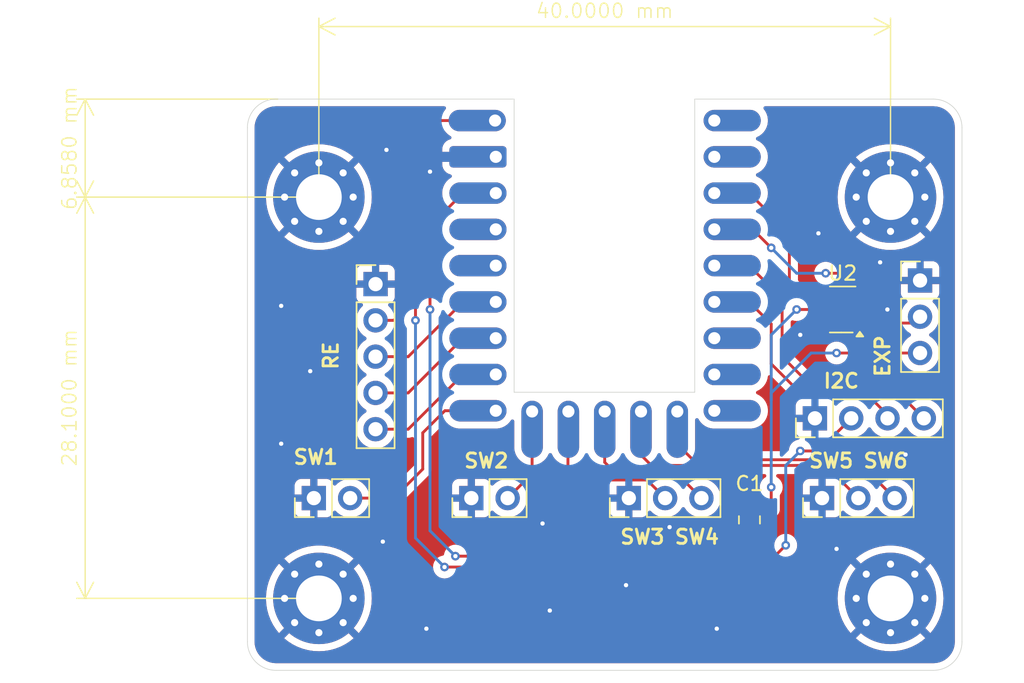
<source format=kicad_pcb>
(kicad_pcb (version 20240108) (generator "pcbnew") (generator_version "8.0")
  (layers (0 "F.Cu" signal) (31 "B.Cu" signal) (34 "B.Paste" user) (35 "F.Paste" user) (36 "B.SilkS" user "B.Silkscreen") (37 "F.SilkS" user "F.Silkscreen") (38 "B.Mask" user) (39 "F.Mask" user) (44 "Edge.Cuts" user))
  (net 0 "")
  (net 1 "/I2C1_SDA")
  (net 2 "GND")
  (net 3 "VCC")
  (net 4 "/I2C1_SCL")
  (net 5 "/RTEN_SW")
  (net 6 "/RTEN_CLK")
  (net 7 "/RTEN_DT")
  (net 8 "+3V3")
  (net 9 "/EXP_PEDAL")
  (net 10 "/SW1_PEDAL")
  (net 11 "/SW2_PEDAL")
  (net 12 "/SW3_PEDAL")
  (net 13 "/SW4_PEDAL")
  (net 14 "/SW5_PEDAL")
  (net 15 "/SW6_PEDAL")
  (net 19 "/I2C0_SCL")
  (net 20 "/I2C0_SDA")
  (footprint "Connector_PinHeader_2.54mm:PinHeader_1x02_P2.54mm_Vertical" (layer "F.Cu") (at 115.668 77.978 90)
    (property "Reference" "J5" (hide yes))
    (property "Value" "Conn_01x02_Pin")
    (fp_line (start -1.33 -1.33) (end 0 -1.33) (stroke (width 0.12)) (layer "F.SilkS"))
    (fp_line (start -1.33 0) (end -1.33 -1.33) (stroke (width 0.12)) (layer "F.SilkS"))
    (fp_line (start 1.33 1.27) (end 1.33 3.87) (stroke (width 0.12)) (layer "F.SilkS"))
    (fp_line (start -1.33 1.27) (end 1.33 1.27) (stroke (width 0.12)) (layer "F.SilkS"))
    (fp_line (start -1.33 1.27) (end -1.33 3.87) (stroke (width 0.12)) (layer "F.SilkS"))
    (fp_line (start -1.33 3.87) (end 1.33 3.87) (stroke (width 0.12)) (layer "F.SilkS"))
    (pad "1" thru_hole rect (at 0 0 90) (size 1.7 1.7) (drill 1) (layers "*.Cu" "*.Mask") (net 2 "GND"))
    (pad "2" thru_hole oval (at 0 2.54 90) (size 1.7 1.7) (drill 1) (layers "*.Cu" "*.Mask") (net 11 "/SW2_PEDAL"))
  )
  (footprint "MountingHole:MountingHole_3.2mm_M3_Pad_Via" (layer "F.Cu") (at 145 56.9)
    (property "Reference" "H3" (hide yes))
    (property "Value" "MountingHole_Pad")
    (pad "1" thru_hole circle (at -2.4 0) (size 0.8 0.8) (drill 0.5) (layers "*.Cu" "*.Mask") (net 2 "GND"))
    (pad "1" thru_hole circle (at -1.697056 -1.697056) (size 0.8 0.8) (drill 0.5) (layers "*.Cu" "*.Mask") (net 2 "GND"))
    (pad "1" thru_hole circle (at -1.697056 1.697056) (size 0.8 0.8) (drill 0.5) (layers "*.Cu" "*.Mask") (net 2 "GND"))
    (pad "1" thru_hole circle (at 0 -2.4) (size 0.8 0.8) (drill 0.5) (layers "*.Cu" "*.Mask") (net 2 "GND"))
    (pad "1" thru_hole circle (at 0 0) (size 6.4 6.4) (drill 3.2) (layers "*.Cu" "*.Mask") (net 2 "GND"))
    (pad "1" thru_hole circle (at 0 2.4) (size 0.8 0.8) (drill 0.5) (layers "*.Cu" "*.Mask") (net 2 "GND"))
    (pad "1" thru_hole circle (at 1.697056 -1.697056) (size 0.8 0.8) (drill 0.5) (layers "*.Cu" "*.Mask") (net 2 "GND"))
    (pad "1" thru_hole circle (at 1.697056 1.697056) (size 0.8 0.8) (drill 0.5) (layers "*.Cu" "*.Mask") (net 2 "GND"))
    (pad "1" thru_hole circle (at 2.4 0) (size 0.8 0.8) (drill 0.5) (layers "*.Cu" "*.Mask") (net 2 "GND"))
  )
  (footprint "MountingHole:MountingHole_3.2mm_M3_Pad_Via" (layer "F.Cu") (at 105 56.9)
    (property "Reference" "H1" (hide yes))
    (property "Value" "MountingHole_Pad")
    (pad "1" thru_hole circle (at -2.4 0) (size 0.8 0.8) (drill 0.5) (layers "*.Cu" "*.Mask") (net 2 "GND"))
    (pad "1" thru_hole circle (at -1.697056 -1.697056) (size 0.8 0.8) (drill 0.5) (layers "*.Cu" "*.Mask") (net 2 "GND"))
    (pad "1" thru_hole circle (at -1.697056 1.697056) (size 0.8 0.8) (drill 0.5) (layers "*.Cu" "*.Mask") (net 2 "GND"))
    (pad "1" thru_hole circle (at 0 -2.4) (size 0.8 0.8) (drill 0.5) (layers "*.Cu" "*.Mask") (net 2 "GND"))
    (pad "1" thru_hole circle (at 0 0) (size 6.4 6.4) (drill 3.2) (layers "*.Cu" "*.Mask") (net 2 "GND"))
    (pad "1" thru_hole circle (at 0 2.4) (size 0.8 0.8) (drill 0.5) (layers "*.Cu" "*.Mask") (net 2 "GND"))
    (pad "1" thru_hole circle (at 1.697056 -1.697056) (size 0.8 0.8) (drill 0.5) (layers "*.Cu" "*.Mask") (net 2 "GND"))
    (pad "1" thru_hole circle (at 1.697056 1.697056) (size 0.8 0.8) (drill 0.5) (layers "*.Cu" "*.Mask") (net 2 "GND"))
    (pad "1" thru_hole circle (at 2.4 0) (size 0.8 0.8) (drill 0.5) (layers "*.Cu" "*.Mask") (net 2 "GND"))
  )
  (footprint "Connector_PinHeader_2.54mm:PinHeader_1x03_P2.54mm_Vertical" (layer "F.Cu") (at 140.208 77.978 90)
    (property "Reference" "J7" (hide yes))
    (property "Value" "Conn_01x03_Pin")
    (fp_line (start -1.33 -1.33) (end 0 -1.33) (stroke (width 0.12)) (layer "F.SilkS"))
    (fp_line (start -1.33 0) (end -1.33 -1.33) (stroke (width 0.12)) (layer "F.SilkS"))
    (fp_line (start 1.33 1.27) (end 1.33 6.41) (stroke (width 0.12)) (layer "F.SilkS"))
    (fp_line (start -1.33 1.27) (end 1.33 1.27) (stroke (width 0.12)) (layer "F.SilkS"))
    (fp_line (start -1.33 1.27) (end -1.33 6.41) (stroke (width 0.12)) (layer "F.SilkS"))
    (fp_line (start -1.33 6.41) (end 1.33 6.41) (stroke (width 0.12)) (layer "F.SilkS"))
    (pad "1" thru_hole rect (at 0 0 90) (size 1.7 1.7) (drill 1) (layers "*.Cu" "*.Mask") (net 2 "GND"))
    (pad "2" thru_hole oval (at 0 2.54 90) (size 1.7 1.7) (drill 1) (layers "*.Cu" "*.Mask") (net 14 "/SW5_PEDAL"))
    (pad "3" thru_hole oval (at 0 5.08 90) (size 1.7 1.7) (drill 1) (layers "*.Cu" "*.Mask") (net 15 "/SW6_PEDAL"))
  )
  (footprint "Capacitor_SMD:C_0805_2012Metric" (layer "F.Cu") (at 135.128 79.502 90)
    (property "Reference" "C1" (at 2.54 0 180) (layer "F.SilkS"))
    (property "Value" "C")
    (fp_line (start -0.261252 -0.735) (end 0.261252 -0.735) (stroke (width 0.12)) (layer "F.SilkS"))
    (fp_line (start -0.261252 0.735) (end 0.261252 0.735) (stroke (width 0.12)) (layer "F.SilkS"))
    (pad "1" smd roundrect (at -0.95 0 90) (size 1 1.45) (layers "F.Cu" "F.Paste" "F.Mask") (net 8 "+3V3"))
    (pad "2" smd roundrect (at 0.95 0 90) (size 1 1.45) (layers "F.Cu" "F.Paste" "F.Mask") (net 2 "GND"))
  )
  (footprint "Connector_PinHeader_2.54mm:PinHeader_1x04_P2.54mm_Vertical" (layer "F.Cu") (at 139.71 72.39 90)
    (property "Reference" "J1" (hide yes))
    (property "Value" "Conn_01x04_Pin")
    (fp_line (start -1.33 -1.33) (end 0 -1.33) (stroke (width 0.12)) (layer "F.SilkS"))
    (fp_line (start -1.33 0) (end -1.33 -1.33) (stroke (width 0.12)) (layer "F.SilkS"))
    (fp_line (start 1.33 1.27) (end 1.33 8.95) (stroke (width 0.12)) (layer "F.SilkS"))
    (fp_line (start -1.33 1.27) (end 1.33 1.27) (stroke (width 0.12)) (layer "F.SilkS"))
    (fp_line (start -1.33 1.27) (end -1.33 8.95) (stroke (width 0.12)) (layer "F.SilkS"))
    (fp_line (start -1.33 8.95) (end 1.33 8.95) (stroke (width 0.12)) (layer "F.SilkS"))
    (pad "1" thru_hole rect (at 0 0 90) (size 1.7 1.7) (drill 1) (layers "*.Cu" "*.Mask") (net 2 "GND"))
    (pad "2" thru_hole oval (at 0 2.54 90) (size 1.7 1.7) (drill 1) (layers "*.Cu" "*.Mask") (net 3 "VCC"))
    (pad "3" thru_hole oval (at 0 5.08 90) (size 1.7 1.7) (drill 1) (layers "*.Cu" "*.Mask") (net 19 "/I2C0_SCL"))
    (pad "4" thru_hole oval (at 0 7.62 90) (size 1.7 1.7) (drill 1) (layers "*.Cu" "*.Mask") (net 20 "/I2C0_SDA"))
  )
  (footprint "Connector_PinHeader_2.54mm:PinHeader_1x03_P2.54mm_Vertical" (layer "F.Cu") (at 126.688 77.978 90)
    (property "Reference" "J6" (hide yes))
    (property "Value" "Conn_01x03_Pin" (hide yes))
    (fp_line (start -1.33 -1.33) (end 0 -1.33) (stroke (width 0.12)) (layer "F.SilkS"))
    (fp_line (start -1.33 0) (end -1.33 -1.33) (stroke (width 0.12)) (layer "F.SilkS"))
    (fp_line (start 1.33 1.27) (end 1.33 6.41) (stroke (width 0.12)) (layer "F.SilkS"))
    (fp_line (start -1.33 1.27) (end 1.33 1.27) (stroke (width 0.12)) (layer "F.SilkS"))
    (fp_line (start -1.33 1.27) (end -1.33 6.41) (stroke (width 0.12)) (layer "F.SilkS"))
    (fp_line (start -1.33 6.41) (end 1.33 6.41) (stroke (width 0.12)) (layer "F.SilkS"))
    (pad "1" thru_hole rect (at 0 0 90) (size 1.7 1.7) (drill 1) (layers "*.Cu" "*.Mask") (net 2 "GND"))
    (pad "2" thru_hole oval (at 0 2.54 90) (size 1.7 1.7) (drill 1) (layers "*.Cu" "*.Mask") (net 12 "/SW3_PEDAL"))
    (pad "3" thru_hole oval (at 0 5.08 90) (size 1.7 1.7) (drill 1) (layers "*.Cu" "*.Mask") (net 13 "/SW4_PEDAL"))
  )
  (footprint "Connector_PinHeader_2.54mm:PinHeader_1x05_P2.54mm_Vertical" (layer "F.Cu") (at 108.966 62.992)
    (property "Reference" "J2" (hide yes))
    (property "Value" "Conn_01x05_Pin")
    (fp_line (start -1.33 -1.33) (end 0 -1.33) (stroke (width 0.12)) (layer "F.SilkS"))
    (fp_line (start -1.33 0) (end -1.33 -1.33) (stroke (width 0.12)) (layer "F.SilkS"))
    (fp_line (start -1.33 1.27) (end -1.33 11.49) (stroke (width 0.12)) (layer "F.SilkS"))
    (fp_line (start -1.33 1.27) (end 1.33 1.27) (stroke (width 0.12)) (layer "F.SilkS"))
    (fp_line (start -1.33 11.49) (end 1.33 11.49) (stroke (width 0.12)) (layer "F.SilkS"))
    (fp_line (start 1.33 1.27) (end 1.33 11.49) (stroke (width 0.12)) (layer "F.SilkS"))
    (pad "1" thru_hole rect (at 0 0) (size 1.7 1.7) (drill 1) (layers "*.Cu" "*.Mask") (net 2 "GND"))
    (pad "2" thru_hole oval (at 0 2.54) (size 1.7 1.7) (drill 1) (layers "*.Cu" "*.Mask") (net 3 "VCC"))
    (pad "3" thru_hole oval (at 0 5.08) (size 1.7 1.7) (drill 1) (layers "*.Cu" "*.Mask") (net 5 "/RTEN_SW"))
    (pad "4" thru_hole oval (at 0 7.62) (size 1.7 1.7) (drill 1) (layers "*.Cu" "*.Mask") (net 7 "/RTEN_DT"))
    (pad "5" thru_hole oval (at 0 10.16) (size 1.7 1.7) (drill 1) (layers "*.Cu" "*.Mask") (net 6 "/RTEN_CLK"))
  )
  (footprint "MountingHole:MountingHole_3.2mm_M3_Pad_Via" (layer "F.Cu") (at 145 85)
    (property "Reference" "H4" (hide yes))
    (property "Value" "MountingHole_Pad")
    (pad "1" thru_hole circle (at -2.4 0) (size 0.8 0.8) (drill 0.5) (layers "*.Cu" "*.Mask") (net 2 "GND"))
    (pad "1" thru_hole circle (at -1.697056 -1.697056) (size 0.8 0.8) (drill 0.5) (layers "*.Cu" "*.Mask") (net 2 "GND"))
    (pad "1" thru_hole circle (at -1.697056 1.697056) (size 0.8 0.8) (drill 0.5) (layers "*.Cu" "*.Mask") (net 2 "GND"))
    (pad "1" thru_hole circle (at 0 -2.4) (size 0.8 0.8) (drill 0.5) (layers "*.Cu" "*.Mask") (net 2 "GND"))
    (pad "1" thru_hole circle (at 0 0) (size 6.4 6.4) (drill 3.2) (layers "*.Cu" "*.Mask") (net 2 "GND"))
    (pad "1" thru_hole circle (at 0 2.4) (size 0.8 0.8) (drill 0.5) (layers "*.Cu" "*.Mask") (net 2 "GND"))
    (pad "1" thru_hole circle (at 1.697056 -1.697056) (size 0.8 0.8) (drill 0.5) (layers "*.Cu" "*.Mask") (net 2 "GND"))
    (pad "1" thru_hole circle (at 1.697056 1.697056) (size 0.8 0.8) (drill 0.5) (layers "*.Cu" "*.Mask") (net 2 "GND"))
    (pad "1" thru_hole circle (at 2.4 0) (size 0.8 0.8) (drill 0.5) (layers "*.Cu" "*.Mask") (net 2 "GND"))
  )
  (footprint "Connector_PinHeader_2.54mm:PinHeader_1x02_P2.54mm_Vertical" (layer "F.Cu") (at 104.648 77.978 90)
    (property "Reference" "J4" (hide yes))
    (property "Value" "Conn_01x02_Pin")
    (fp_line (start -1.33 -1.33) (end 0 -1.33) (stroke (width 0.12)) (layer "F.SilkS"))
    (fp_line (start -1.33 0) (end -1.33 -1.33) (stroke (width 0.12)) (layer "F.SilkS"))
    (fp_line (start 1.33 1.27) (end 1.33 3.87) (stroke (width 0.12)) (layer "F.SilkS"))
    (fp_line (start -1.33 1.27) (end 1.33 1.27) (stroke (width 0.12)) (layer "F.SilkS"))
    (fp_line (start -1.33 1.27) (end -1.33 3.87) (stroke (width 0.12)) (layer "F.SilkS"))
    (fp_line (start -1.33 3.87) (end 1.33 3.87) (stroke (width 0.12)) (layer "F.SilkS"))
    (pad "1" thru_hole rect (at 0 0 90) (size 1.7 1.7) (drill 1) (layers "*.Cu" "*.Mask") (net 2 "GND"))
    (pad "2" thru_hole oval (at 0 2.54 90) (size 1.7 1.7) (drill 1) (layers "*.Cu" "*.Mask") (net 10 "/SW1_PEDAL"))
  )
  (footprint "isw-kbd:RP2040-Zero-SMD" (layer "F.Cu") (at 125 61.7)
    (property "Reference" "U1" (hide yes))
    (property "Value" "RP2040-Zero")
    (pad "0" thru_hole oval (at 7.67 -10.16) (size 4 1.5) (drill 0.85 (offset 1.25 0)) (layers "*.Cu" "*.Mask"))
    (pad "1" thru_hole oval (at 7.67 -7.62) (size 4 1.5) (drill 0.85 (offset 1.25 0)) (layers "*.Cu" "*.Mask"))
    (pad "2" thru_hole oval (at 7.67 -5.08) (size 4 1.5) (drill 0.85 (offset 1.25 0)) (layers "*.Cu" "*.Mask") (net 1 "/I2C1_SDA"))
    (pad "3" thru_hole oval (at 7.67 -2.54) (size 4 1.5) (drill 0.85 (offset 1.25 0)) (layers "*.Cu" "*.Mask") (net 4 "/I2C1_SCL"))
    (pad "4" thru_hole oval (at 7.67 0) (size 4 1.5) (drill 0.85 (offset 1.25 0)) (layers "*.Cu" "*.Mask") (net 20 "/I2C0_SDA"))
    (pad "5" thru_hole oval (at 7.67 2.54) (size 4 1.5) (drill 0.85 (offset 1.25 0)) (layers "*.Cu" "*.Mask") (net 19 "/I2C0_SCL"))
    (pad "6" thru_hole oval (at 7.67 5.08) (size 4 1.5) (drill 0.85 (offset 1.25 0)) (layers "*.Cu" "*.Mask"))
    (pad "7" thru_hole oval (at 7.67 7.62) (size 4 1.5) (drill 0.85 (offset 1.25 0)) (layers "*.Cu" "*.Mask"))
    (pad "8" thru_hole oval (at 7.67 10.16) (size 4 1.5) (drill 0.85 (offset 1.25 0)) (layers "*.Cu" "*.Mask"))
    (pad "9" thru_hole oval (at 5.08 10.21 270) (size 4 1.5) (drill 0.85 (offset 1.25 0)) (layers "*.Cu" "*.Mask") (net 15 "/SW6_PEDAL"))
    (pad "10" thru_hole oval (at 2.54 10.21 270) (size 4 1.5) (drill 0.85 (offset 1.25 0)) (layers "*.Cu" "*.Mask") (net 14 "/SW5_PEDAL"))
    (pad "11" thru_hole oval (at 0 10.21 270) (size 4 1.5) (drill 0.85 (offset 1.25 0)) (layers "*.Cu" "*.Mask") (net 13 "/SW4_PEDAL"))
    (pad "12" thru_hole oval (at -2.54 10.21 270) (size 4 1.5) (drill 0.85 (offset 1.25 0)) (layers "*.Cu" "*.Mask") (net 12 "/SW3_PEDAL"))
    (pad "13" thru_hole oval (at -5.08 10.21 270) (size 4 1.5) (drill 0.85 (offset 1.25 0)) (layers "*.Cu" "*.Mask") (net 11 "/SW2_PEDAL"))
    (pad "14" thru_hole oval (at -7.62 10.16) (size 4 1.5) (drill 0.85 (offset -1.25 0)) (layers "*.Cu" "*.Mask") (net 10 "/SW1_PEDAL"))
    (pad "15" thru_hole oval (at -7.62 7.62) (size 4 1.5) (drill 0.85 (offset -1.25 0)) (layers "*.Cu" "*.Mask") (net 6 "/RTEN_CLK"))
    (pad "26" thru_hole oval (at -7.62 5.08) (size 4 1.5) (drill 0.85 (offset -1.25 0)) (layers "*.Cu" "*.Mask") (net 7 "/RTEN_DT"))
    (pad "27" thru_hole oval (at -7.62 2.54) (size 4 1.5) (drill 0.85 (offset -1.25 0)) (layers "*.Cu" "*.Mask") (net 5 "/RTEN_SW"))
    (pad "28" thru_hole oval (at -7.62 0) (size 4 1.5) (drill 0.85 (offset -1.25 0)) (layers "*.Cu" "*.Mask"))
    (pad "29" thru_hole oval (at -7.62 -2.54) (size 4 1.5) (drill 0.85 (offset -1.25 0)) (layers "*.Cu" "*.Mask"))
    (pad "30" thru_hole oval (at -7.62 -5.08) (size 4 1.5) (drill 0.85 (offset -1.25 0)) (layers "*.Cu" "*.Mask") (net 8 "+3V3"))
    (pad "31" thru_hole roundrect (at -7.62 -7.62) (size 4 1.5) (drill 0.85 (offset -1.25 0)) (layers "*.Cu" "*.Mask") (roundrect_rratio 0.1666666667) (net 2 "GND"))
    (pad "32" thru_hole oval (at -7.67 -10.16) (size 4 1.5) (drill 0.85 (offset -1.25 0)) (layers "*.Cu" "*.Mask") (net 3 "VCC"))
  )
  (footprint "Connector_PinHeader_2.54mm:PinHeader_1x03_P2.54mm_Vertical" (layer "F.Cu") (at 147.066 62.738)
    (property "Reference" "J3" (hide yes))
    (property "Value" "Conn_01x03_Pin")
    (fp_line (start -1.33 -1.33) (end 0 -1.33) (stroke (width 0.12)) (layer "F.SilkS"))
    (fp_line (start -1.33 0) (end -1.33 -1.33) (stroke (width 0.12)) (layer "F.SilkS"))
    (fp_line (start -1.33 1.27) (end -1.33 6.41) (stroke (width 0.12)) (layer "F.SilkS"))
    (fp_line (start -1.33 1.27) (end 1.33 1.27) (stroke (width 0.12)) (layer "F.SilkS"))
    (fp_line (start -1.33 6.41) (end 1.33 6.41) (stroke (width 0.12)) (layer "F.SilkS"))
    (fp_line (start 1.33 1.27) (end 1.33 6.41) (stroke (width 0.12)) (layer "F.SilkS"))
    (pad "1" thru_hole rect (at 0 0) (size 1.7 1.7) (drill 1) (layers "*.Cu" "*.Mask") (net 2 "GND"))
    (pad "2" thru_hole oval (at 0 2.54) (size 1.7 1.7) (drill 1) (layers "*.Cu" "*.Mask") (net 9 "/EXP_PEDAL"))
    (pad "3" thru_hole oval (at 0 5.08) (size 1.7 1.7) (drill 1) (layers "*.Cu" "*.Mask") (net 8 "+3V3"))
  )
  (footprint "Package_TO_SOT_SMD:SOT-23-6_Handsoldering" (layer "F.Cu") (at 141.652 64.77 180)
    (property "Reference" "U2" (at 0 2.54 0) (layer "F.SilkS"))
    (property "Value" "MCP3421A0T-E_CH")
    (fp_line (start 0.1 -1.61) (end 0.9 -1.61) (stroke (width 0.12)) (layer "F.SilkS"))
    (fp_line (start 0.1 -1.61) (end -0.7 -1.61) (stroke (width 0.12)) (layer "F.SilkS"))
    (fp_line (start -0.9 1.61) (end 0.9 1.61) (stroke (width 0.12)) (layer "F.SilkS"))
    (fp_poly (pts (xy -1.2 -1.56) (xy -1.44 -1.89) (xy -0.96 -1.89) (xy -1.2 -1.56)) (stroke (width 0.12)) (fill solid) (layer "F.SilkS"))
    (pad "1" smd roundrect (at -1.35 -0.95 180) (size 1.56 0.65) (layers "F.Cu" "F.Paste" "F.Mask") (net 9 "/EXP_PEDAL"))
    (pad "2" smd roundrect (at -1.35 0 180) (size 1.56 0.65) (layers "F.Cu" "F.Paste" "F.Mask") (net 2 "GND"))
    (pad "3" smd roundrect (at -1.35 0.95 180) (size 1.56 0.65) (layers "F.Cu" "F.Paste" "F.Mask") (net 4 "/I2C1_SCL"))
    (pad "4" smd roundrect (at 1.35 0.95 180) (size 1.56 0.65) (layers "F.Cu" "F.Paste" "F.Mask") (net 1 "/I2C1_SDA"))
    (pad "5" smd roundrect (at 1.35 0 180) (size 1.56 0.65) (layers "F.Cu" "F.Paste" "F.Mask") (net 8 "+3V3"))
    (pad "6" smd roundrect (at 1.35 -0.95 180) (size 1.56 0.65) (layers "F.Cu" "F.Paste" "F.Mask") (net 2 "GND"))
  )
  (footprint "MountingHole:MountingHole_3.2mm_M3_Pad_Via" (layer "F.Cu") (at 105 85)
    (property "Reference" "H2" (hide yes))
    (property "Value" "MountingHole_Pad")
    (pad "1" thru_hole circle (at -2.4 0) (size 0.8 0.8) (drill 0.5) (layers "*.Cu" "*.Mask") (net 2 "GND"))
    (pad "1" thru_hole circle (at -1.697056 -1.697056) (size 0.8 0.8) (drill 0.5) (layers "*.Cu" "*.Mask") (net 2 "GND"))
    (pad "1" thru_hole circle (at -1.697056 1.697056) (size 0.8 0.8) (drill 0.5) (layers "*.Cu" "*.Mask") (net 2 "GND"))
    (pad "1" thru_hole circle (at 0 -2.4) (size 0.8 0.8) (drill 0.5) (layers "*.Cu" "*.Mask") (net 2 "GND"))
    (pad "1" thru_hole circle (at 0 0) (size 6.4 6.4) (drill 3.2) (layers "*.Cu" "*.Mask") (net 2 "GND"))
    (pad "1" thru_hole circle (at 0 2.4) (size 0.8 0.8) (drill 0.5) (layers "*.Cu" "*.Mask") (net 2 "GND"))
    (pad "1" thru_hole circle (at 1.697056 -1.697056) (size 0.8 0.8) (drill 0.5) (layers "*.Cu" "*.Mask") (net 2 "GND"))
    (pad "1" thru_hole circle (at 1.697056 1.697056) (size 0.8 0.8) (drill 0.5) (layers "*.Cu" "*.Mask") (net 2 "GND"))
    (pad "1" thru_hole circle (at 2.4 0) (size 0.8 0.8) (drill 0.5) (layers "*.Cu" "*.Mask") (net 2 "GND"))
  )
  (gr_line (start 148 90.038) (end 102 90.038) (stroke (width 0.05)) (layer "Edge.Cuts"))
  (gr_line (start 118.664 50.038) (end 118.664 70.566) (stroke (width 0.05)) (layer "Edge.Cuts"))
  (gr_line (start 150 52.038) (end 150 88.038) (stroke (width 0.05)) (layer "Edge.Cuts"))
  (gr_arc (start 150 88.038) (mid 149.414214 89.452214) (end 148 90.038) (stroke (width 0.05)) (layer "Edge.Cuts"))
  (gr_arc (start 102 90.038) (mid 100.585786 89.452214) (end 100.000001 88.038) (stroke (width 0.05)) (layer "Edge.Cuts"))
  (gr_line (start 118.664 50.038) (end 102 50.038) (stroke (width 0.05)) (layer "Edge.Cuts"))
  (gr_arc (start 100 52.038) (mid 100.585786 50.623786) (end 102 50.038) (stroke (width 0.05)) (layer "Edge.Cuts"))
  (gr_line (start 131.3 70.566) (end 131.3 50.038) (stroke (width 0.05)) (layer "Edge.Cuts"))
  (gr_line (start 100 52.038) (end 100 88.038) (stroke (width 0.05)) (layer "Edge.Cuts"))
  (gr_line (start 131.3 50.038) (end 148 50.038) (stroke (width 0.05)) (layer "Edge.Cuts"))
  (gr_line (start 118.664 70.566) (end 131.3 70.566) (stroke (width 0.05)) (layer "Edge.Cuts"))
  (gr_arc (start 148 50.038) (mid 149.414214 50.623786) (end 150 52.038) (stroke (width 0.05)) (layer "Edge.Cuts"))
  (gr_text "SW5 SW6\n" (at 139.192 75.946 0) (layer "F.SilkS") (effects (font (size 1 1) (thickness 0.2) (bold yes)) (justify left bottom)))
  (gr_text "RE" (at 106.426 69.088 90) (layer "F.SilkS") (effects (font (size 1 1) (thickness 0.2) (bold yes)) (justify left bottom)))
  (gr_text "EXP" (at 145.034 69.596 90) (layer "F.SilkS") (effects (font (size 1 1) (thickness 0.2) (bold yes)) (justify left bottom)))
  (gr_text "SW3 SW4" (at 125.984 81.28 0) (layer "F.SilkS") (effects (font (size 1 1) (thickness 0.2) (bold yes)) (justify left bottom)))
  (gr_text "I2C" (at 140.208 70.358 0) (layer "F.SilkS") (effects (font (size 1 1) (thickness 0.2) (bold yes)) (justify left bottom)))
  (gr_text "SW2" (at 115.062 75.946 0) (layer "F.SilkS") (effects (font (size 1 1) (thickness 0.2) (bold yes)) (justify left bottom)))
  (gr_text "SW1" (at 103.124 75.692 0) (layer "F.SilkS") (effects (font (size 1 1) (thickness 0.2) (bold yes)) (justify left bottom)))
  (dimension (type aligned) (layer "F.SilkS") (pts (xy 102.616 56.896) (xy 102.616 50.038)) (height -13.97) (gr_text "6.8580 mm" (at 87.546 53.467 90) (layer "F.SilkS") (effects (font (size 1 1) (thickness 0.1)))) (format (prefix "") (suffix "") (units 3) (units_format 1) (precision 4)) (style (thickness 0.1) (arrow_length 1.27) (text_position_mode 0) (extension_height 0.58642) (extension_offset 0.5) keep_text_aligned))
  (dimension (type aligned) (layer "F.SilkS") (pts (xy 105 56.9) (xy 145 56.9)) (height -11.942) (gr_text "40.0000 mm" (at 125 43.858 0) (layer "F.SilkS") (effects (font (size 1 1) (thickness 0.1)))) (format (prefix "") (suffix "") (units 3) (units_format 1) (precision 4)) (style (thickness 0.1) (arrow_length 1.27) (text_position_mode 0) (extension_height 0.58642) (extension_offset 0.5) keep_text_aligned))
  (dimension (type aligned) (layer "F.SilkS") (pts (xy 105 56.9) (xy 105 85)) (height 16.354) (gr_text "28.1000 mm" (at 87.546 70.95 90) (layer "F.SilkS") (effects (font (size 1 1) (thickness 0.1)))) (format (prefix "") (suffix "") (units 3) (units_format 1) (precision 4)) (style (thickness 0.1) (arrow_length 1.27) (text_position_mode 0) (extension_height 0.58642) (extension_offset 0.5) keep_text_aligned))
  (segment (start 132.67 56.62) (end 134.114924 56.62) (width 0.2) (layer "F.Cu") (net 1))
  (segment (start 134.136924 56.642) (end 135.128 56.642) (width 0.2) (layer "F.Cu") (net 1))
  (segment (start 137.922 62.992) (end 138.75 63.82) (width 0.2) (layer "F.Cu") (net 1))
  (segment (start 137.922 59.436) (end 137.922 62.992) (width 0.2) (layer "F.Cu") (net 1))
  (segment (start 135.128 56.642) (end 132.692 56.642) (width 0.2) (layer "F.Cu") (net 1))
  (segment (start 134.114924 56.62) (end 134.136924 56.642) (width 0.2) (layer "F.Cu") (net 1))
  (segment (start 135.128 56.642) (end 137.922 59.436) (width 0.2) (layer "F.Cu") (net 1))
  (segment (start 138.75 63.82) (end 140.302 63.82) (width 0.2) (layer "F.Cu") (net 1))
  (segment (start 117.38 54.08) (end 113.306 54.08) (width 0.7) (layer "F.Cu") (net 2))
  (segment (start 139.512 65.72) (end 138.684 66.548) (width 0.2) (layer "F.Cu") (net 2))
  (segment (start 140.302 65.72) (end 139.512 65.72) (width 0.2) (layer "F.Cu") (net 2))
  (segment (start 143.002 64.77) (end 144.78 64.77) (width 0.2) (layer "F.Cu") (net 2))
  (segment (start 147.066 62.738) (end 145.542 62.738) (width 0.2) (layer "F.Cu") (net 2))
  (segment (start 145.542 62.738) (end 144.272 61.468) (width 0.2) (layer "F.Cu") (net 2))
  (via (at 144.78 64.77) (size 0.6) (drill 0.3) (layers "F.Cu" "B.Cu") (net 2))
  (via (at 129.54 80.01) (size 0.6) (drill 0.3) (layers "F.Cu" "B.Cu") (net 2))
  (via (at 102.362 64.516) (size 0.6) (drill 0.3) (layers "F.Cu" "B.Cu") (net 2))
  (via (at 144.272 61.468) (size 0.6) (drill 0.3) (layers "F.Cu" "B.Cu") (net 2))
  (via (at 102.362 74.168) (size 0.6) (drill 0.3) (layers "F.Cu" "B.Cu") (net 2))
  (via (at 138.684 66.548) (size 0.6) (drill 0.3) (layers "F.Cu" "B.Cu") (net 2))
  (via (at 112.776 55.118) (size 0.6) (drill 0.3) (layers "F.Cu" "B.Cu") (net 2))
  (via (at 146.05 74.93) (size 0.6) (drill 0.3) (layers "F.Cu" "B.Cu") (net 2))
  (via (at 112.522 87.122) (size 0.6) (drill 0.3) (layers "F.Cu" "B.Cu") (net 2))
  (via (at 104.394 69.088) (size 0.6) (drill 0.3) (layers "F.Cu" "B.Cu") (net 2))
  (via (at 126.492 84.074) (size 0.6) (drill 0.3) (layers "F.Cu" "B.Cu") (net 2))
  (via (at 121.158 85.852) (size 0.6) (drill 0.3) (layers "F.Cu" "B.Cu") (net 2))
  (via (at 132.842 87.122) (size 0.6) (drill 0.3) (layers "F.Cu" "B.Cu") (net 2))
  (via (at 109.728 53.594) (size 0.6) (drill 0.3) (layers "F.Cu" "B.Cu") (net 2))
  (via (at 141.224 81.534) (size 0.6) (drill 0.3) (layers "F.Cu" "B.Cu") (net 2))
  (via (at 109.474 81.026) (size 0.6) (drill 0.3) (layers "F.Cu" "B.Cu") (net 2))
  (via (at 120.65 79.756) (size 0.6) (drill 0.3) (layers "F.Cu" "B.Cu") (net 2))
  (via (at 139.954 59.436) (size 0.6) (drill 0.3) (layers "F.Cu" "B.Cu") (net 2))
  (segment (start 117.38 54.08) (end 113.306 54.08) (width 0.7) (layer "B.Cu") (net 2))
  (segment (start 111.76 63.754) (end 111.76 64.008) (width 0.2) (layer "F.Cu") (net 3))
  (segment (start 111.76 63.754) (end 111.76 65.532) (width 0.2) (layer "F.Cu") (net 3))
  (segment (start 139.964 74.676) (end 138.684 74.676) (width 0.2) (layer "F.Cu") (net 3))
  (segment (start 110.236 65.532) (end 108.966 65.532) (width 0.2) (layer "F.Cu") (net 3))
  (segment (start 117.33 51.54) (end 113.56 51.54) (width 0.2) (layer "F.Cu") (net 3))
  (segment (start 113.792 82.804) (end 136.144 82.804) (width 0.2) (layer "F.Cu") (net 3))
  (segment (start 142.25 72.39) (end 139.964 74.676) (width 0.2) (layer "F.Cu") (net 3))
  (segment (start 111.76 64.008) (end 110.236 65.532) (width 0.2) (layer "F.Cu") (net 3))
  (segment (start 113.56 51.54) (end 111.76 53.34) (width 0.2) (layer "F.Cu") (net 3))
  (segment (start 136.144 82.804) (end 137.668 81.28) (width 0.2) (layer "F.Cu") (net 3))
  (segment (start 111.76 53.34) (end 111.76 63.754) (width 0.2) (layer "F.Cu") (net 3))
  (via (at 137.668 81.28) (size 0.6) (drill 0.3) (layers "F.Cu" "B.Cu") (net 3))
  (via (at 138.684 74.676) (size 0.6) (drill 0.3) (layers "F.Cu" "B.Cu") (net 3))
  (via (at 111.76 65.532) (size 0.6) (drill 0.3) (layers "F.Cu" "B.Cu") (net 3))
  (via (at 113.792 82.804) (size 0.6) (drill 0.3) (layers "F.Cu" "B.Cu") (net 3))
  (segment (start 137.668 81.28) (end 137.668 75.692) (width 0.2) (layer "B.Cu") (net 3))
  (segment (start 111.76 80.772) (end 111.76 65.532) (width 0.2) (layer "B.Cu") (net 3))
  (segment (start 137.668 75.692) (end 138.684 74.676) (width 0.2) (layer "B.Cu") (net 3))
  (segment (start 113.792 82.804) (end 111.76 80.772) (width 0.2) (layer "B.Cu") (net 3))
  (segment (start 140.462 62.23) (end 144.018 62.23) (width 0.2) (layer "F.Cu") (net 4))
  (segment (start 144.526 63.246) (end 143.952 63.82) (width 0.2) (layer "F.Cu") (net 4))
  (segment (start 144.018 62.23) (end 144.526 62.738) (width 0.2) (layer "F.Cu") (net 4))
  (segment (start 143.952 63.82) (end 143.002 63.82) (width 0.2) (layer "F.Cu") (net 4))
  (segment (start 135.36 59.16) (end 136.652 60.452) (width 0.2) (layer "F.Cu") (net 4))
  (segment (start 132.67 59.16) (end 135.36 59.16) (width 0.2) (layer "F.Cu") (net 4))
  (segment (start 144.526 62.738) (end 144.526 63.246) (width 0.2) (layer "F.Cu") (net 4))
  (via (at 136.652 60.452) (size 0.6) (drill 0.3) (layers "F.Cu" "B.Cu") (net 4))
  (via (at 140.462 62.23) (size 0.6) (drill 0.3) (layers "F.Cu" "B.Cu") (net 4))
  (segment (start 136.652 60.452) (end 138.43 62.23) (width 0.2) (layer "B.Cu") (net 4))
  (segment (start 138.43 62.23) (end 140.462 62.23) (width 0.2) (layer "B.Cu") (net 4))
  (segment (start 117.38 64.24) (end 115.084 64.24) (width 0.2) (layer "F.Cu") (net 5))
  (segment (start 111.252 68.072) (end 108.966 68.072) (width 0.2) (layer "F.Cu") (net 5))
  (segment (start 115.084 64.24) (end 111.252 68.072) (width 0.2) (layer "F.Cu") (net 5))
  (segment (start 111.252 73.152) (end 115.084 69.32) (width 0.2) (layer "F.Cu") (net 6))
  (segment (start 115.084 69.32) (end 117.38 69.32) (width 0.2) (layer "F.Cu") (net 6))
  (segment (start 108.966 73.152) (end 111.252 73.152) (width 0.2) (layer "F.Cu") (net 6))
  (segment (start 115.084 66.78) (end 111.252 70.612) (width 0.2) (layer "F.Cu") (net 7))
  (segment (start 111.252 70.612) (end 108.966 70.612) (width 0.2) (layer "F.Cu") (net 7))
  (segment (start 117.38 66.78) (end 115.084 66.78) (width 0.2) (layer "F.Cu") (net 7))
  (segment (start 115.084 56.62) (end 112.776 58.928) (width 0.2) (layer "F.Cu") (net 8))
  (segment (start 117.38 56.62) (end 115.084 56.62) (width 0.2) (layer "F.Cu") (net 8))
  (segment (start 138.43 64.77) (end 140.302 64.77) (width 0.2) (layer "F.Cu") (net 8))
  (segment (start 133.35 82.042) (end 114.554 82.042) (width 0.2) (layer "F.Cu") (net 8))
  (segment (start 136.652 78.74) (end 133.35 82.042) (width 0.2) (layer "F.Cu") (net 8))
  (segment (start 136.652 77.216) (end 136.652 78.74) (width 0.2) (layer "F.Cu") (net 8))
  (segment (start 147.066 67.818) (end 141.224 67.818) (width 0.2) (layer "F.Cu") (net 8))
  (segment (start 112.776 58.928) (end 112.776 64.77) (width 0.2) (layer "F.Cu") (net 8))
  (via (at 114.554 82.042) (size 0.6) (drill 0.3) (layers "F.Cu" "B.Cu") (net 8))
  (via (at 138.43 64.77) (size 0.6) (drill 0.3) (layers "F.Cu" "B.Cu") (net 8))
  (via (at 112.776 64.77) (size 0.6) (drill 0.3) (layers "F.Cu" "B.Cu") (net 8))
  (via (at 136.652 77.216) (size 0.6) (drill 0.3) (layers "F.Cu" "B.Cu") (net 8))
  (via (at 141.224 67.818) (size 0.6) (drill 0.3) (layers "F.Cu" "B.Cu") (net 8))
  (segment (start 136.652 71.12) (end 136.652 66.548) (width 0.2) (layer "B.Cu") (net 8))
  (segment (start 136.652 71.12) (end 136.652 70.612) (width 0.2) (layer "B.Cu") (net 8))
  (segment (start 139.446 67.818) (end 141.224 67.818) (width 0.2) (layer "B.Cu") (net 8))
  (segment (start 136.652 77.216) (end 136.652 71.12) (width 0.2) (layer "B.Cu") (net 8))
  (segment (start 112.776 80.264) (end 114.554 82.042) (width 0.2) (layer "B.Cu") (net 8))
  (segment (start 112.776 64.77) (end 112.776 80.264) (width 0.2) (layer "B.Cu") (net 8))
  (segment (start 136.652 66.548) (end 138.43 64.77) (width 0.2) (layer "B.Cu") (net 8))
  (segment (start 136.652 70.612) (end 139.446 67.818) (width 0.2) (layer "B.Cu") (net 8))
  (segment (start 143.002 65.72) (end 146.624 65.72) (width 0.2) (layer "F.Cu") (net 9))
  (segment (start 146.624 65.72) (end 147.066 65.278) (width 0.2) (layer "F.Cu") (net 9))
  (segment (start 113.814 71.86) (end 112.268 73.406) (width 0.2) (layer "F.Cu") (net 10))
  (segment (start 112.268 75.946) (end 110.236 77.978) (width 0.2) (layer "F.Cu") (net 10))
  (segment (start 110.236 77.978) (end 107.188 77.978) (width 0.2) (layer "F.Cu") (net 10))
  (segment (start 117.38 71.86) (end 113.814 71.86) (width 0.2) (layer "F.Cu") (net 10))
  (segment (start 112.268 73.406) (end 112.268 75.946) (width 0.2) (layer "F.Cu") (net 10))
  (segment (start 119.92 76.266) (end 118.208 77.978) (width 0.2) (layer "F.Cu") (net 11))
  (segment (start 119.92 71.91) (end 119.92 76.266) (width 0.2) (layer "F.Cu") (net 11))
  (segment (start 122.428 71.942) (end 122.428 75.692) (width 0.2) (layer "F.Cu") (net 12))
  (segment (start 127.958 76.708) (end 129.228 77.978) (width 0.2) (layer "F.Cu") (net 12))
  (segment (start 123.444 76.708) (end 127.958 76.708) (width 0.2) (layer "F.Cu") (net 12))
  (segment (start 122.46 71.91) (end 122.428 71.942) (width 0.2) (layer "F.Cu") (net 12))
  (segment (start 122.428 75.692) (end 123.444 76.708) (width 0.2) (layer "F.Cu") (net 12))
  (segment (start 125 75.47) (end 125.73 76.2) (width 0.2) (layer "F.Cu") (net 13))
  (segment (start 129.99 76.2) (end 131.768 77.978) (width 0.2) (layer "F.Cu") (net 13))
  (segment (start 125.73 76.2) (end 129.99 76.2) (width 0.2) (layer "F.Cu") (net 13))
  (segment (start 125 71.91) (end 125 75.47) (width 0.2) (layer "F.Cu") (net 13))
  (segment (start 127.54 74.962) (end 128.27 75.692) (width 0.2) (layer "F.Cu") (net 14))
  (segment (start 140.462 75.692) (end 142.748 77.978) (width 0.2) (layer "F.Cu") (net 14))
  (segment (start 127.54 71.91) (end 127.54 74.962) (width 0.2) (layer "F.Cu") (net 14))
  (segment (start 128.27 75.692) (end 140.462 75.692) (width 0.2) (layer "F.Cu") (net 14))
  (segment (start 142.602 75.292) (end 145.288 77.978) (width 0.2) (layer "F.Cu") (net 15))
  (segment (start 131.172 75.292) (end 142.602 75.292) (width 0.2) (layer "F.Cu") (net 15))
  (segment (start 130.08 71.91) (end 130.08 74.2) (width 0.2) (layer "F.Cu") (net 15))
  (segment (start 130.08 74.2) (end 131.172 75.292) (width 0.2) (layer "F.Cu") (net 15))
  (segment (start 136.652 68.58) (end 138.43 70.358) (width 0.2) (layer "F.Cu") (net 19))
  (segment (start 138.43 70.358) (end 143.002 70.358) (width 0.2) (layer "F.Cu") (net 19))
  (segment (start 144.79 72.146) (end 144.79 72.39) (width 0.2) (layer "F.Cu") (net 19))
  (segment (start 143.002 70.358) (end 144.79 72.146) (width 0.2) (layer "F.Cu") (net 19))
  (segment (start 132.67 64.24) (end 135.106 64.24) (width 0.2) (layer "F.Cu") (net 19))
  (segment (start 136.652 65.786) (end 136.652 68.58) (width 0.2) (layer "F.Cu") (net 19))
  (segment (start 135.106 64.24) (end 136.652 65.786) (width 0.2) (layer "F.Cu") (net 19))
  (segment (start 138.938 69.596) (end 144.536 69.596) (width 0.2) (layer "F.Cu") (net 20))
  (segment (start 137.414 68.072) (end 138.938 69.596) (width 0.2) (layer "F.Cu") (net 20))
  (segment (start 135.106 61.7) (end 137.414 64.008) (width 0.2) (layer "F.Cu") (net 20))
  (segment (start 144.536 69.596) (end 147.33 72.39) (width 0.2) (layer "F.Cu") (net 20))
  (segment (start 137.414 64.008) (end 137.414 68.072) (width 0.2) (layer "F.Cu") (net 20))
  (segment (start 132.67 61.7) (end 135.106 61.7) (width 0.2) (layer "F.Cu") (net 20))
  (zone (net 2) (net_name "GND") (layers "F&B.Cu") (connect_pads (clearance 0.5)) (min_thickness 0.25) (fill yes (thermal_gap 0.5) (thermal_bridge_width 0.5))
    (polygon (pts (xy 98.806 49.022) (xy 98.044 90.932) (xy 153.67 90.932) (xy 151.384 48.006)))
  )
)
</source>
